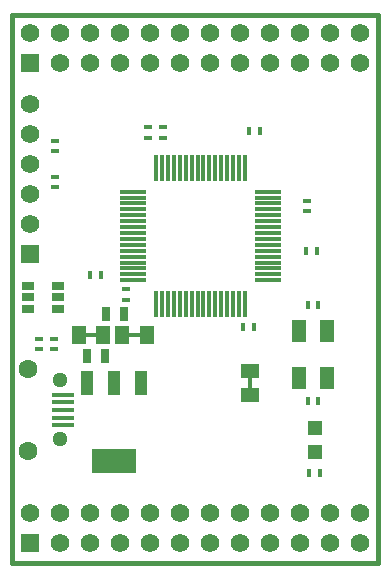
<source format=gts>
G04 (created by PCBNEW-RS274X (2012-apr-16-27)-stable) date Sun 17 Nov 2013 02:19:30 PM EET*
G01*
G70*
G90*
%MOIN*%
G04 Gerber Fmt 3.4, Leading zero omitted, Abs format*
%FSLAX34Y34*%
G04 APERTURE LIST*
%ADD10C,0.006000*%
%ADD11C,0.015000*%
%ADD12R,0.017700X0.025600*%
%ADD13R,0.025600X0.017700*%
%ADD14R,0.062000X0.062000*%
%ADD15C,0.062000*%
%ADD16R,0.049200X0.072900*%
%ADD17R,0.088600X0.013800*%
%ADD18R,0.013800X0.088600*%
%ADD19R,0.041400X0.029600*%
%ADD20R,0.027000X0.047000*%
%ADD21R,0.049200X0.049200*%
%ADD22R,0.146000X0.082000*%
%ADD23R,0.042000X0.082000*%
%ADD24R,0.062900X0.051100*%
%ADD25R,0.018000X0.041400*%
%ADD26R,0.051100X0.062900*%
%ADD27R,0.041400X0.018000*%
%ADD28R,0.074800X0.017700*%
%ADD29C,0.051200*%
%ADD30C,0.063000*%
G04 APERTURE END LIST*
G54D10*
G54D11*
X24800Y-29700D02*
X24800Y-11450D01*
X37000Y-29700D02*
X24800Y-29700D01*
X37000Y-11450D02*
X37000Y-29700D01*
X24800Y-11450D02*
X37000Y-11450D01*
G54D12*
X34673Y-24300D03*
X35027Y-24300D03*
G54D13*
X26200Y-22223D03*
X26200Y-22577D03*
X25700Y-22223D03*
X25700Y-22577D03*
X26250Y-15623D03*
X26250Y-15977D03*
G54D12*
X34977Y-19300D03*
X34623Y-19300D03*
G54D13*
X34650Y-17623D03*
X34650Y-17977D03*
X29350Y-15527D03*
X29350Y-15173D03*
X28600Y-20573D03*
X28600Y-20927D03*
G54D12*
X32723Y-15300D03*
X33077Y-15300D03*
X32877Y-21850D03*
X32523Y-21850D03*
X35027Y-21100D03*
X34673Y-21100D03*
G54D13*
X26250Y-17177D03*
X26250Y-16823D03*
G54D12*
X27777Y-20100D03*
X27423Y-20100D03*
G54D13*
X29850Y-15527D03*
X29850Y-15173D03*
G54D14*
X25400Y-13050D03*
G54D15*
X25400Y-12050D03*
X26400Y-13050D03*
X26400Y-12050D03*
X27400Y-13050D03*
X27400Y-12050D03*
X28400Y-13050D03*
X28400Y-12050D03*
X29400Y-13050D03*
X29400Y-12050D03*
X30400Y-13050D03*
X30400Y-12050D03*
X31400Y-13050D03*
X31400Y-12050D03*
X32400Y-13050D03*
X32400Y-12050D03*
X33400Y-13050D03*
X33400Y-12050D03*
X34400Y-13050D03*
X34400Y-12050D03*
X35400Y-13050D03*
X35400Y-12050D03*
X36400Y-13050D03*
X36400Y-12050D03*
G54D14*
X25400Y-29050D03*
G54D15*
X25400Y-28050D03*
X26400Y-29050D03*
X26400Y-28050D03*
X27400Y-29050D03*
X27400Y-28050D03*
X28400Y-29050D03*
X28400Y-28050D03*
X29400Y-29050D03*
X29400Y-28050D03*
X30400Y-29050D03*
X30400Y-28050D03*
X31400Y-29050D03*
X31400Y-28050D03*
X32400Y-29050D03*
X32400Y-28050D03*
X33400Y-29050D03*
X33400Y-28050D03*
X34400Y-29050D03*
X34400Y-28050D03*
X35400Y-29050D03*
X35400Y-28050D03*
X36400Y-29050D03*
X36400Y-28050D03*
G54D16*
X34378Y-21963D03*
X35322Y-23537D03*
X34378Y-23537D03*
X35322Y-21963D03*
G54D14*
X25400Y-19400D03*
G54D15*
X25400Y-18400D03*
X25400Y-17400D03*
X25400Y-16400D03*
X25400Y-15400D03*
X25400Y-14400D03*
G54D17*
X33364Y-20276D03*
X33364Y-20080D03*
X33364Y-19883D03*
X33364Y-19686D03*
X33364Y-19489D03*
X33364Y-19292D03*
X33364Y-19095D03*
X33364Y-18898D03*
X33364Y-18702D03*
X33364Y-18505D03*
X33364Y-18308D03*
X33364Y-18111D03*
X33364Y-17914D03*
X33364Y-17717D03*
X33364Y-17520D03*
X33364Y-17324D03*
G54D18*
X32576Y-16536D03*
X32380Y-16536D03*
X32183Y-16536D03*
X31986Y-16536D03*
X31789Y-16536D03*
X31592Y-16536D03*
X31395Y-16536D03*
X31198Y-16536D03*
X31002Y-16536D03*
X30805Y-16536D03*
X30608Y-16536D03*
X30431Y-16536D03*
X30214Y-16536D03*
X30017Y-16536D03*
X29820Y-16536D03*
X29624Y-16536D03*
G54D17*
X28836Y-17324D03*
X28836Y-17520D03*
X28836Y-17717D03*
X28836Y-17914D03*
X28836Y-18308D03*
X28836Y-18505D03*
X28836Y-18702D03*
X28836Y-18898D03*
X28836Y-19095D03*
X28836Y-19292D03*
X28836Y-19489D03*
X28836Y-19686D03*
X28836Y-19883D03*
X28836Y-20080D03*
X28836Y-20276D03*
G54D18*
X29624Y-21064D03*
X29820Y-21064D03*
X30017Y-21064D03*
X30214Y-21064D03*
X30411Y-21064D03*
X30608Y-21064D03*
X30805Y-21064D03*
X31002Y-21064D03*
X31198Y-21064D03*
X31395Y-21064D03*
X31592Y-21064D03*
X31789Y-21064D03*
X31986Y-21064D03*
X32183Y-21064D03*
X32380Y-21064D03*
X32576Y-21064D03*
G54D17*
X28836Y-18111D03*
G54D19*
X26350Y-20475D03*
X26350Y-20850D03*
X26350Y-21225D03*
X25350Y-21225D03*
X25350Y-20850D03*
X25350Y-20475D03*
G54D20*
X27900Y-22800D03*
X27300Y-22800D03*
G54D21*
X34900Y-26013D03*
X34900Y-25187D03*
G54D12*
X35077Y-26700D03*
X34723Y-26700D03*
G54D22*
X28200Y-26300D03*
G54D23*
X28200Y-23700D03*
X27300Y-23700D03*
X29100Y-23700D03*
G54D20*
X28550Y-21400D03*
X27950Y-21400D03*
G54D24*
X32750Y-24104D03*
X32750Y-23296D03*
G54D25*
X32750Y-23700D03*
G54D26*
X28496Y-22100D03*
X29304Y-22100D03*
G54D27*
X28900Y-22100D03*
G54D26*
X27046Y-22100D03*
X27854Y-22100D03*
G54D27*
X27450Y-22100D03*
G54D28*
X26531Y-24600D03*
X26531Y-24856D03*
X26531Y-25112D03*
X26531Y-24344D03*
X26531Y-24088D03*
G54D29*
X26413Y-25584D03*
X26413Y-23616D03*
G54D30*
X25350Y-25978D03*
X25350Y-23222D03*
M02*

</source>
